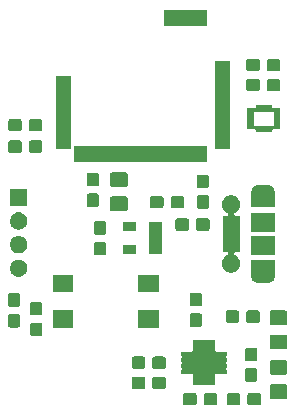
<source format=gbr>
G04 #@! TF.GenerationSoftware,KiCad,Pcbnew,(5.0.2)-1*
G04 #@! TF.CreationDate,2019-06-28T12:16:38-04:00*
G04 #@! TF.ProjectId,BlueNRG-SPBTLE-1S ACM,426c7565-4e52-4472-9d53-5042544c452d,rev?*
G04 #@! TF.SameCoordinates,Original*
G04 #@! TF.FileFunction,Soldermask,Top*
G04 #@! TF.FilePolarity,Negative*
%FSLAX46Y46*%
G04 Gerber Fmt 4.6, Leading zero omitted, Abs format (unit mm)*
G04 Created by KiCad (PCBNEW (5.0.2)-1) date 6/28/2019 12:16:38 PM*
%MOMM*%
%LPD*%
G01*
G04 APERTURE LIST*
%ADD10C,0.100000*%
G04 APERTURE END LIST*
D10*
G36*
X160086377Y-95436643D02*
X160123855Y-95448013D01*
X160158404Y-95466479D01*
X160188677Y-95491323D01*
X160213521Y-95521596D01*
X160231987Y-95556145D01*
X160243357Y-95593623D01*
X160247800Y-95638738D01*
X160247800Y-96277262D01*
X160243357Y-96322377D01*
X160231987Y-96359855D01*
X160213521Y-96394404D01*
X160188677Y-96424677D01*
X160158404Y-96449521D01*
X160123855Y-96467987D01*
X160086377Y-96479357D01*
X160041262Y-96483800D01*
X159302738Y-96483800D01*
X159257623Y-96479357D01*
X159220145Y-96467987D01*
X159185596Y-96449521D01*
X159155323Y-96424677D01*
X159130479Y-96394404D01*
X159112013Y-96359855D01*
X159100643Y-96322377D01*
X159096200Y-96277262D01*
X159096200Y-95638738D01*
X159100643Y-95593623D01*
X159112013Y-95556145D01*
X159130479Y-95521596D01*
X159155323Y-95491323D01*
X159185596Y-95466479D01*
X159220145Y-95448013D01*
X159257623Y-95436643D01*
X159302738Y-95432200D01*
X160041262Y-95432200D01*
X160086377Y-95436643D01*
X160086377Y-95436643D01*
G37*
G36*
X158336377Y-95436643D02*
X158373855Y-95448013D01*
X158408404Y-95466479D01*
X158438677Y-95491323D01*
X158463521Y-95521596D01*
X158481987Y-95556145D01*
X158493357Y-95593623D01*
X158497800Y-95638738D01*
X158497800Y-96277262D01*
X158493357Y-96322377D01*
X158481987Y-96359855D01*
X158463521Y-96394404D01*
X158438677Y-96424677D01*
X158408404Y-96449521D01*
X158373855Y-96467987D01*
X158336377Y-96479357D01*
X158291262Y-96483800D01*
X157552738Y-96483800D01*
X157507623Y-96479357D01*
X157470145Y-96467987D01*
X157435596Y-96449521D01*
X157405323Y-96424677D01*
X157380479Y-96394404D01*
X157362013Y-96359855D01*
X157350643Y-96322377D01*
X157346200Y-96277262D01*
X157346200Y-95638738D01*
X157350643Y-95593623D01*
X157362013Y-95556145D01*
X157380479Y-95521596D01*
X157405323Y-95491323D01*
X157435596Y-95466479D01*
X157470145Y-95448013D01*
X157507623Y-95436643D01*
X157552738Y-95432200D01*
X158291262Y-95432200D01*
X158336377Y-95436643D01*
X158336377Y-95436643D01*
G37*
G36*
X154636377Y-95436643D02*
X154673855Y-95448013D01*
X154708404Y-95466479D01*
X154738677Y-95491323D01*
X154763521Y-95521596D01*
X154781987Y-95556145D01*
X154793357Y-95593623D01*
X154797800Y-95638738D01*
X154797800Y-96277262D01*
X154793357Y-96322377D01*
X154781987Y-96359855D01*
X154763521Y-96394404D01*
X154738677Y-96424677D01*
X154708404Y-96449521D01*
X154673855Y-96467987D01*
X154636377Y-96479357D01*
X154591262Y-96483800D01*
X153852738Y-96483800D01*
X153807623Y-96479357D01*
X153770145Y-96467987D01*
X153735596Y-96449521D01*
X153705323Y-96424677D01*
X153680479Y-96394404D01*
X153662013Y-96359855D01*
X153650643Y-96322377D01*
X153646200Y-96277262D01*
X153646200Y-95638738D01*
X153650643Y-95593623D01*
X153662013Y-95556145D01*
X153680479Y-95521596D01*
X153705323Y-95491323D01*
X153735596Y-95466479D01*
X153770145Y-95448013D01*
X153807623Y-95436643D01*
X153852738Y-95432200D01*
X154591262Y-95432200D01*
X154636377Y-95436643D01*
X154636377Y-95436643D01*
G37*
G36*
X156386377Y-95436643D02*
X156423855Y-95448013D01*
X156458404Y-95466479D01*
X156488677Y-95491323D01*
X156513521Y-95521596D01*
X156531987Y-95556145D01*
X156543357Y-95593623D01*
X156547800Y-95638738D01*
X156547800Y-96277262D01*
X156543357Y-96322377D01*
X156531987Y-96359855D01*
X156513521Y-96394404D01*
X156488677Y-96424677D01*
X156458404Y-96449521D01*
X156423855Y-96467987D01*
X156386377Y-96479357D01*
X156341262Y-96483800D01*
X155602738Y-96483800D01*
X155557623Y-96479357D01*
X155520145Y-96467987D01*
X155485596Y-96449521D01*
X155455323Y-96424677D01*
X155430479Y-96394404D01*
X155412013Y-96359855D01*
X155400643Y-96322377D01*
X155396200Y-96277262D01*
X155396200Y-95638738D01*
X155400643Y-95593623D01*
X155412013Y-95556145D01*
X155430479Y-95521596D01*
X155455323Y-95491323D01*
X155485596Y-95466479D01*
X155520145Y-95448013D01*
X155557623Y-95436643D01*
X155602738Y-95432200D01*
X156341262Y-95432200D01*
X156386377Y-95436643D01*
X156386377Y-95436643D01*
G37*
G36*
X162310543Y-94686663D02*
X162348222Y-94698093D01*
X162382939Y-94716650D01*
X162413374Y-94741626D01*
X162438350Y-94772061D01*
X162456907Y-94806778D01*
X162468337Y-94844457D01*
X162472800Y-94889773D01*
X162472800Y-95726227D01*
X162468337Y-95771543D01*
X162456907Y-95809222D01*
X162438350Y-95843939D01*
X162413374Y-95874374D01*
X162382939Y-95899350D01*
X162348222Y-95917907D01*
X162310543Y-95929337D01*
X162265227Y-95933800D01*
X161178773Y-95933800D01*
X161133457Y-95929337D01*
X161095778Y-95917907D01*
X161061061Y-95899350D01*
X161030626Y-95874374D01*
X161005650Y-95843939D01*
X160987093Y-95809222D01*
X160975663Y-95771543D01*
X160971200Y-95726227D01*
X160971200Y-94889773D01*
X160975663Y-94844457D01*
X160987093Y-94806778D01*
X161005650Y-94772061D01*
X161030626Y-94741626D01*
X161061061Y-94716650D01*
X161095778Y-94698093D01*
X161133457Y-94686663D01*
X161178773Y-94682200D01*
X162265227Y-94682200D01*
X162310543Y-94686663D01*
X162310543Y-94686663D01*
G37*
G36*
X152036377Y-94036643D02*
X152073855Y-94048013D01*
X152108404Y-94066479D01*
X152138677Y-94091323D01*
X152163521Y-94121596D01*
X152181987Y-94156145D01*
X152193357Y-94193623D01*
X152197800Y-94238738D01*
X152197800Y-94877262D01*
X152193357Y-94922377D01*
X152181987Y-94959855D01*
X152163521Y-94994404D01*
X152138677Y-95024677D01*
X152108404Y-95049521D01*
X152073855Y-95067987D01*
X152036377Y-95079357D01*
X151991262Y-95083800D01*
X151252738Y-95083800D01*
X151207623Y-95079357D01*
X151170145Y-95067987D01*
X151135596Y-95049521D01*
X151105323Y-95024677D01*
X151080479Y-94994404D01*
X151062013Y-94959855D01*
X151050643Y-94922377D01*
X151046200Y-94877262D01*
X151046200Y-94238738D01*
X151050643Y-94193623D01*
X151062013Y-94156145D01*
X151080479Y-94121596D01*
X151105323Y-94091323D01*
X151135596Y-94066479D01*
X151170145Y-94048013D01*
X151207623Y-94036643D01*
X151252738Y-94032200D01*
X151991262Y-94032200D01*
X152036377Y-94036643D01*
X152036377Y-94036643D01*
G37*
G36*
X150286377Y-94036643D02*
X150323855Y-94048013D01*
X150358404Y-94066479D01*
X150388677Y-94091323D01*
X150413521Y-94121596D01*
X150431987Y-94156145D01*
X150443357Y-94193623D01*
X150447800Y-94238738D01*
X150447800Y-94877262D01*
X150443357Y-94922377D01*
X150431987Y-94959855D01*
X150413521Y-94994404D01*
X150388677Y-95024677D01*
X150358404Y-95049521D01*
X150323855Y-95067987D01*
X150286377Y-95079357D01*
X150241262Y-95083800D01*
X149502738Y-95083800D01*
X149457623Y-95079357D01*
X149420145Y-95067987D01*
X149385596Y-95049521D01*
X149355323Y-95024677D01*
X149330479Y-94994404D01*
X149312013Y-94959855D01*
X149300643Y-94922377D01*
X149296200Y-94877262D01*
X149296200Y-94238738D01*
X149300643Y-94193623D01*
X149312013Y-94156145D01*
X149330479Y-94121596D01*
X149355323Y-94091323D01*
X149385596Y-94066479D01*
X149420145Y-94048013D01*
X149457623Y-94036643D01*
X149502738Y-94032200D01*
X150241262Y-94032200D01*
X150286377Y-94036643D01*
X150286377Y-94036643D01*
G37*
G36*
X154827237Y-90933281D02*
X154831889Y-90934692D01*
X154836178Y-90936985D01*
X154842702Y-90942339D01*
X154863077Y-90955953D01*
X154885716Y-90965330D01*
X154909749Y-90970110D01*
X154934254Y-90970110D01*
X154958287Y-90965329D01*
X154980926Y-90955951D01*
X155001298Y-90942339D01*
X155007822Y-90936985D01*
X155012111Y-90934692D01*
X155016763Y-90933281D01*
X155027740Y-90932200D01*
X155316260Y-90932200D01*
X155327237Y-90933281D01*
X155331889Y-90934692D01*
X155336178Y-90936985D01*
X155342702Y-90942339D01*
X155363077Y-90955953D01*
X155385716Y-90965330D01*
X155409749Y-90970110D01*
X155434254Y-90970110D01*
X155458287Y-90965329D01*
X155480926Y-90955951D01*
X155501298Y-90942339D01*
X155507822Y-90936985D01*
X155512111Y-90934692D01*
X155516763Y-90933281D01*
X155527740Y-90932200D01*
X155816260Y-90932200D01*
X155827237Y-90933281D01*
X155831889Y-90934692D01*
X155836178Y-90936985D01*
X155842702Y-90942339D01*
X155863077Y-90955953D01*
X155885716Y-90965330D01*
X155909749Y-90970110D01*
X155934254Y-90970110D01*
X155958287Y-90965329D01*
X155980926Y-90955951D01*
X156001298Y-90942339D01*
X156007822Y-90936985D01*
X156012111Y-90934692D01*
X156016763Y-90933281D01*
X156027740Y-90932200D01*
X156316260Y-90932200D01*
X156327237Y-90933281D01*
X156331889Y-90934692D01*
X156336178Y-90936985D01*
X156339933Y-90940067D01*
X156343015Y-90943822D01*
X156345308Y-90948111D01*
X156346719Y-90952763D01*
X156347800Y-90963740D01*
X156347800Y-91807200D01*
X156350202Y-91831586D01*
X156357315Y-91855035D01*
X156368866Y-91876646D01*
X156384412Y-91895588D01*
X156403354Y-91911134D01*
X156424965Y-91922685D01*
X156448414Y-91929798D01*
X156472800Y-91932200D01*
X157316260Y-91932200D01*
X157327237Y-91933281D01*
X157331889Y-91934692D01*
X157336178Y-91936985D01*
X157339933Y-91940067D01*
X157343015Y-91943822D01*
X157345308Y-91948111D01*
X157346719Y-91952763D01*
X157347800Y-91963740D01*
X157347800Y-92252260D01*
X157346719Y-92263237D01*
X157345308Y-92267889D01*
X157343015Y-92272178D01*
X157337661Y-92278702D01*
X157324047Y-92299077D01*
X157314670Y-92321716D01*
X157309890Y-92345749D01*
X157309890Y-92370254D01*
X157314671Y-92394287D01*
X157324049Y-92416926D01*
X157337661Y-92437298D01*
X157343015Y-92443822D01*
X157345308Y-92448111D01*
X157346719Y-92452763D01*
X157347800Y-92463740D01*
X157347800Y-92752260D01*
X157346719Y-92763237D01*
X157345308Y-92767889D01*
X157343015Y-92772178D01*
X157337661Y-92778702D01*
X157324047Y-92799077D01*
X157314670Y-92821716D01*
X157309890Y-92845749D01*
X157309890Y-92870254D01*
X157314671Y-92894287D01*
X157324049Y-92916926D01*
X157337661Y-92937298D01*
X157343015Y-92943822D01*
X157345308Y-92948111D01*
X157346719Y-92952763D01*
X157347800Y-92963740D01*
X157347800Y-93252260D01*
X157346719Y-93263237D01*
X157345308Y-93267889D01*
X157343015Y-93272178D01*
X157337661Y-93278702D01*
X157324047Y-93299077D01*
X157314670Y-93321716D01*
X157309890Y-93345749D01*
X157309890Y-93370254D01*
X157314671Y-93394287D01*
X157324049Y-93416926D01*
X157337661Y-93437298D01*
X157343015Y-93443822D01*
X157345308Y-93448111D01*
X157346719Y-93452763D01*
X157347800Y-93463740D01*
X157347800Y-93752260D01*
X157346719Y-93763237D01*
X157345308Y-93767889D01*
X157343015Y-93772178D01*
X157339933Y-93775933D01*
X157336178Y-93779015D01*
X157331889Y-93781308D01*
X157327237Y-93782719D01*
X157316260Y-93783800D01*
X156472800Y-93783800D01*
X156448414Y-93786202D01*
X156424965Y-93793315D01*
X156403354Y-93804866D01*
X156384412Y-93820412D01*
X156368866Y-93839354D01*
X156357315Y-93860965D01*
X156350202Y-93884414D01*
X156347800Y-93908800D01*
X156347800Y-94752260D01*
X156346719Y-94763237D01*
X156345308Y-94767889D01*
X156343015Y-94772178D01*
X156339933Y-94775933D01*
X156336178Y-94779015D01*
X156331889Y-94781308D01*
X156327237Y-94782719D01*
X156316260Y-94783800D01*
X156027740Y-94783800D01*
X156016763Y-94782719D01*
X156012111Y-94781308D01*
X156007822Y-94779015D01*
X156001298Y-94773661D01*
X155980923Y-94760047D01*
X155958284Y-94750670D01*
X155934251Y-94745890D01*
X155909746Y-94745890D01*
X155885713Y-94750671D01*
X155863074Y-94760049D01*
X155842702Y-94773661D01*
X155836178Y-94779015D01*
X155831889Y-94781308D01*
X155827237Y-94782719D01*
X155816260Y-94783800D01*
X155527740Y-94783800D01*
X155516763Y-94782719D01*
X155512111Y-94781308D01*
X155507822Y-94779015D01*
X155501298Y-94773661D01*
X155480923Y-94760047D01*
X155458284Y-94750670D01*
X155434251Y-94745890D01*
X155409746Y-94745890D01*
X155385713Y-94750671D01*
X155363074Y-94760049D01*
X155342702Y-94773661D01*
X155336178Y-94779015D01*
X155331889Y-94781308D01*
X155327237Y-94782719D01*
X155316260Y-94783800D01*
X155027740Y-94783800D01*
X155016763Y-94782719D01*
X155012111Y-94781308D01*
X155007822Y-94779015D01*
X155001298Y-94773661D01*
X154980923Y-94760047D01*
X154958284Y-94750670D01*
X154934251Y-94745890D01*
X154909746Y-94745890D01*
X154885713Y-94750671D01*
X154863074Y-94760049D01*
X154842702Y-94773661D01*
X154836178Y-94779015D01*
X154831889Y-94781308D01*
X154827237Y-94782719D01*
X154816260Y-94783800D01*
X154527740Y-94783800D01*
X154516763Y-94782719D01*
X154512111Y-94781308D01*
X154507822Y-94779015D01*
X154504067Y-94775933D01*
X154500985Y-94772178D01*
X154498692Y-94767889D01*
X154497281Y-94763237D01*
X154496200Y-94752260D01*
X154496200Y-93908800D01*
X154493798Y-93884414D01*
X154486685Y-93860965D01*
X154475134Y-93839354D01*
X154459588Y-93820412D01*
X154440646Y-93804866D01*
X154419035Y-93793315D01*
X154395586Y-93786202D01*
X154371200Y-93783800D01*
X153527740Y-93783800D01*
X153516763Y-93782719D01*
X153512111Y-93781308D01*
X153507822Y-93779015D01*
X153504067Y-93775933D01*
X153500985Y-93772178D01*
X153498692Y-93767889D01*
X153497281Y-93763237D01*
X153496200Y-93752260D01*
X153496200Y-93463740D01*
X153497281Y-93452763D01*
X153498692Y-93448111D01*
X153500985Y-93443822D01*
X153506339Y-93437298D01*
X153519953Y-93416923D01*
X153529330Y-93394284D01*
X153534110Y-93370251D01*
X153534110Y-93345746D01*
X153529329Y-93321713D01*
X153519951Y-93299074D01*
X153506339Y-93278702D01*
X153500985Y-93272178D01*
X153498692Y-93267889D01*
X153497281Y-93263237D01*
X153496200Y-93252260D01*
X153496200Y-92963740D01*
X153497281Y-92952763D01*
X153498692Y-92948111D01*
X153500985Y-92943822D01*
X153506339Y-92937298D01*
X153519953Y-92916923D01*
X153529330Y-92894284D01*
X153534110Y-92870251D01*
X153534110Y-92845746D01*
X153529329Y-92821713D01*
X153519951Y-92799074D01*
X153506339Y-92778702D01*
X153500985Y-92772178D01*
X153498692Y-92767889D01*
X153497281Y-92763237D01*
X153496200Y-92752260D01*
X153496200Y-92463740D01*
X153497281Y-92452763D01*
X153498692Y-92448111D01*
X153500985Y-92443822D01*
X153506339Y-92437298D01*
X153519953Y-92416923D01*
X153529330Y-92394284D01*
X153534110Y-92370251D01*
X153534110Y-92345746D01*
X153529329Y-92321713D01*
X153519951Y-92299074D01*
X153506339Y-92278702D01*
X153500985Y-92272178D01*
X153498692Y-92267889D01*
X153497281Y-92263237D01*
X153496200Y-92252260D01*
X153496200Y-91963740D01*
X153497281Y-91952763D01*
X153498692Y-91948111D01*
X153500985Y-91943822D01*
X153504067Y-91940067D01*
X153507822Y-91936985D01*
X153512111Y-91934692D01*
X153516763Y-91933281D01*
X153527740Y-91932200D01*
X154371200Y-91932200D01*
X154395586Y-91929798D01*
X154419035Y-91922685D01*
X154440646Y-91911134D01*
X154459588Y-91895588D01*
X154475134Y-91876646D01*
X154486685Y-91855035D01*
X154493798Y-91831586D01*
X154496200Y-91807200D01*
X154496200Y-90963740D01*
X154497281Y-90952763D01*
X154498692Y-90948111D01*
X154500985Y-90943822D01*
X154504067Y-90940067D01*
X154507822Y-90936985D01*
X154512111Y-90934692D01*
X154516763Y-90933281D01*
X154527740Y-90932200D01*
X154816260Y-90932200D01*
X154827237Y-90933281D01*
X154827237Y-90933281D01*
G37*
G36*
X159786377Y-93336643D02*
X159823855Y-93348013D01*
X159858404Y-93366479D01*
X159888677Y-93391323D01*
X159913521Y-93421596D01*
X159931987Y-93456145D01*
X159943357Y-93493623D01*
X159947800Y-93538738D01*
X159947800Y-94277262D01*
X159943357Y-94322377D01*
X159931987Y-94359855D01*
X159913521Y-94394404D01*
X159888677Y-94424677D01*
X159858404Y-94449521D01*
X159823855Y-94467987D01*
X159786377Y-94479357D01*
X159741262Y-94483800D01*
X159102738Y-94483800D01*
X159057623Y-94479357D01*
X159020145Y-94467987D01*
X158985596Y-94449521D01*
X158955323Y-94424677D01*
X158930479Y-94394404D01*
X158912013Y-94359855D01*
X158900643Y-94322377D01*
X158896200Y-94277262D01*
X158896200Y-93538738D01*
X158900643Y-93493623D01*
X158912013Y-93456145D01*
X158930479Y-93421596D01*
X158955323Y-93391323D01*
X158985596Y-93366479D01*
X159020145Y-93348013D01*
X159057623Y-93336643D01*
X159102738Y-93332200D01*
X159741262Y-93332200D01*
X159786377Y-93336643D01*
X159786377Y-93336643D01*
G37*
G36*
X162310543Y-92636663D02*
X162348222Y-92648093D01*
X162382939Y-92666650D01*
X162413374Y-92691626D01*
X162438350Y-92722061D01*
X162456907Y-92756778D01*
X162468337Y-92794457D01*
X162472800Y-92839773D01*
X162472800Y-93676227D01*
X162468337Y-93721543D01*
X162456907Y-93759222D01*
X162438350Y-93793939D01*
X162413374Y-93824374D01*
X162382939Y-93849350D01*
X162348222Y-93867907D01*
X162310543Y-93879337D01*
X162265227Y-93883800D01*
X161178773Y-93883800D01*
X161133457Y-93879337D01*
X161095778Y-93867907D01*
X161061061Y-93849350D01*
X161030626Y-93824374D01*
X161005650Y-93793939D01*
X160987093Y-93759222D01*
X160975663Y-93721543D01*
X160971200Y-93676227D01*
X160971200Y-92839773D01*
X160975663Y-92794457D01*
X160987093Y-92756778D01*
X161005650Y-92722061D01*
X161030626Y-92691626D01*
X161061061Y-92666650D01*
X161095778Y-92648093D01*
X161133457Y-92636663D01*
X161178773Y-92632200D01*
X162265227Y-92632200D01*
X162310543Y-92636663D01*
X162310543Y-92636663D01*
G37*
G36*
X152036377Y-92336643D02*
X152073855Y-92348013D01*
X152108404Y-92366479D01*
X152138677Y-92391323D01*
X152163521Y-92421596D01*
X152181987Y-92456145D01*
X152193357Y-92493623D01*
X152197800Y-92538738D01*
X152197800Y-93177262D01*
X152193357Y-93222377D01*
X152181987Y-93259855D01*
X152163521Y-93294404D01*
X152138677Y-93324677D01*
X152108404Y-93349521D01*
X152073855Y-93367987D01*
X152036377Y-93379357D01*
X151991262Y-93383800D01*
X151252738Y-93383800D01*
X151207623Y-93379357D01*
X151170145Y-93367987D01*
X151135596Y-93349521D01*
X151105323Y-93324677D01*
X151080479Y-93294404D01*
X151062013Y-93259855D01*
X151050643Y-93222377D01*
X151046200Y-93177262D01*
X151046200Y-92538738D01*
X151050643Y-92493623D01*
X151062013Y-92456145D01*
X151080479Y-92421596D01*
X151105323Y-92391323D01*
X151135596Y-92366479D01*
X151170145Y-92348013D01*
X151207623Y-92336643D01*
X151252738Y-92332200D01*
X151991262Y-92332200D01*
X152036377Y-92336643D01*
X152036377Y-92336643D01*
G37*
G36*
X150286377Y-92336643D02*
X150323855Y-92348013D01*
X150358404Y-92366479D01*
X150388677Y-92391323D01*
X150413521Y-92421596D01*
X150431987Y-92456145D01*
X150443357Y-92493623D01*
X150447800Y-92538738D01*
X150447800Y-93177262D01*
X150443357Y-93222377D01*
X150431987Y-93259855D01*
X150413521Y-93294404D01*
X150388677Y-93324677D01*
X150358404Y-93349521D01*
X150323855Y-93367987D01*
X150286377Y-93379357D01*
X150241262Y-93383800D01*
X149502738Y-93383800D01*
X149457623Y-93379357D01*
X149420145Y-93367987D01*
X149385596Y-93349521D01*
X149355323Y-93324677D01*
X149330479Y-93294404D01*
X149312013Y-93259855D01*
X149300643Y-93222377D01*
X149296200Y-93177262D01*
X149296200Y-92538738D01*
X149300643Y-92493623D01*
X149312013Y-92456145D01*
X149330479Y-92421596D01*
X149355323Y-92391323D01*
X149385596Y-92366479D01*
X149420145Y-92348013D01*
X149457623Y-92336643D01*
X149502738Y-92332200D01*
X150241262Y-92332200D01*
X150286377Y-92336643D01*
X150286377Y-92336643D01*
G37*
G36*
X159786377Y-91586643D02*
X159823855Y-91598013D01*
X159858404Y-91616479D01*
X159888677Y-91641323D01*
X159913521Y-91671596D01*
X159931987Y-91706145D01*
X159943357Y-91743623D01*
X159947800Y-91788738D01*
X159947800Y-92527262D01*
X159943357Y-92572377D01*
X159931987Y-92609855D01*
X159913521Y-92644404D01*
X159888677Y-92674677D01*
X159858404Y-92699521D01*
X159823855Y-92717987D01*
X159786377Y-92729357D01*
X159741262Y-92733800D01*
X159102738Y-92733800D01*
X159057623Y-92729357D01*
X159020145Y-92717987D01*
X158985596Y-92699521D01*
X158955323Y-92674677D01*
X158930479Y-92644404D01*
X158912013Y-92609855D01*
X158900643Y-92572377D01*
X158896200Y-92527262D01*
X158896200Y-91788738D01*
X158900643Y-91743623D01*
X158912013Y-91706145D01*
X158930479Y-91671596D01*
X158955323Y-91641323D01*
X158985596Y-91616479D01*
X159020145Y-91598013D01*
X159057623Y-91586643D01*
X159102738Y-91582200D01*
X159741262Y-91582200D01*
X159786377Y-91586643D01*
X159786377Y-91586643D01*
G37*
G36*
X162310543Y-90486663D02*
X162348222Y-90498093D01*
X162382939Y-90516650D01*
X162413374Y-90541626D01*
X162438350Y-90572061D01*
X162456907Y-90606778D01*
X162468337Y-90644457D01*
X162472800Y-90689773D01*
X162472800Y-91526227D01*
X162468337Y-91571543D01*
X162456907Y-91609222D01*
X162438350Y-91643939D01*
X162413374Y-91674374D01*
X162382939Y-91699350D01*
X162348222Y-91717907D01*
X162310543Y-91729337D01*
X162265227Y-91733800D01*
X161178773Y-91733800D01*
X161133457Y-91729337D01*
X161095778Y-91717907D01*
X161061061Y-91699350D01*
X161030626Y-91674374D01*
X161005650Y-91643939D01*
X160987093Y-91609222D01*
X160975663Y-91571543D01*
X160971200Y-91526227D01*
X160971200Y-90689773D01*
X160975663Y-90644457D01*
X160987093Y-90606778D01*
X161005650Y-90572061D01*
X161030626Y-90541626D01*
X161061061Y-90516650D01*
X161095778Y-90498093D01*
X161133457Y-90486663D01*
X161178773Y-90482200D01*
X162265227Y-90482200D01*
X162310543Y-90486663D01*
X162310543Y-90486663D01*
G37*
G36*
X141586377Y-89461643D02*
X141623855Y-89473013D01*
X141658404Y-89491479D01*
X141688677Y-89516323D01*
X141713521Y-89546596D01*
X141731987Y-89581145D01*
X141743357Y-89618623D01*
X141747800Y-89663738D01*
X141747800Y-90402262D01*
X141743357Y-90447377D01*
X141731987Y-90484855D01*
X141713521Y-90519404D01*
X141688677Y-90549677D01*
X141658404Y-90574521D01*
X141623855Y-90592987D01*
X141586377Y-90604357D01*
X141541262Y-90608800D01*
X140902738Y-90608800D01*
X140857623Y-90604357D01*
X140820145Y-90592987D01*
X140785596Y-90574521D01*
X140755323Y-90549677D01*
X140730479Y-90519404D01*
X140712013Y-90484855D01*
X140700643Y-90447377D01*
X140696200Y-90402262D01*
X140696200Y-89663738D01*
X140700643Y-89618623D01*
X140712013Y-89581145D01*
X140730479Y-89546596D01*
X140755323Y-89516323D01*
X140785596Y-89491479D01*
X140820145Y-89473013D01*
X140857623Y-89461643D01*
X140902738Y-89457200D01*
X141541262Y-89457200D01*
X141586377Y-89461643D01*
X141586377Y-89461643D01*
G37*
G36*
X144372800Y-89908800D02*
X142671200Y-89908800D01*
X142671200Y-88407200D01*
X144372800Y-88407200D01*
X144372800Y-89908800D01*
X144372800Y-89908800D01*
G37*
G36*
X151572800Y-89908800D02*
X149871200Y-89908800D01*
X149871200Y-88407200D01*
X151572800Y-88407200D01*
X151572800Y-89908800D01*
X151572800Y-89908800D01*
G37*
G36*
X139686377Y-88736643D02*
X139723855Y-88748013D01*
X139758404Y-88766479D01*
X139788677Y-88791323D01*
X139813521Y-88821596D01*
X139831987Y-88856145D01*
X139843357Y-88893623D01*
X139847800Y-88938738D01*
X139847800Y-89677262D01*
X139843357Y-89722377D01*
X139831987Y-89759855D01*
X139813521Y-89794404D01*
X139788677Y-89824677D01*
X139758404Y-89849521D01*
X139723855Y-89867987D01*
X139686377Y-89879357D01*
X139641262Y-89883800D01*
X139002738Y-89883800D01*
X138957623Y-89879357D01*
X138920145Y-89867987D01*
X138885596Y-89849521D01*
X138855323Y-89824677D01*
X138830479Y-89794404D01*
X138812013Y-89759855D01*
X138800643Y-89722377D01*
X138796200Y-89677262D01*
X138796200Y-88938738D01*
X138800643Y-88893623D01*
X138812013Y-88856145D01*
X138830479Y-88821596D01*
X138855323Y-88791323D01*
X138885596Y-88766479D01*
X138920145Y-88748013D01*
X138957623Y-88736643D01*
X139002738Y-88732200D01*
X139641262Y-88732200D01*
X139686377Y-88736643D01*
X139686377Y-88736643D01*
G37*
G36*
X155086377Y-88686643D02*
X155123855Y-88698013D01*
X155158404Y-88716479D01*
X155188677Y-88741323D01*
X155213521Y-88771596D01*
X155231987Y-88806145D01*
X155243357Y-88843623D01*
X155247800Y-88888738D01*
X155247800Y-89627262D01*
X155243357Y-89672377D01*
X155231987Y-89709855D01*
X155213521Y-89744404D01*
X155188677Y-89774677D01*
X155158404Y-89799521D01*
X155123855Y-89817987D01*
X155086377Y-89829357D01*
X155041262Y-89833800D01*
X154402738Y-89833800D01*
X154357623Y-89829357D01*
X154320145Y-89817987D01*
X154285596Y-89799521D01*
X154255323Y-89774677D01*
X154230479Y-89744404D01*
X154212013Y-89709855D01*
X154200643Y-89672377D01*
X154196200Y-89627262D01*
X154196200Y-88888738D01*
X154200643Y-88843623D01*
X154212013Y-88806145D01*
X154230479Y-88771596D01*
X154255323Y-88741323D01*
X154285596Y-88716479D01*
X154320145Y-88698013D01*
X154357623Y-88686643D01*
X154402738Y-88682200D01*
X155041262Y-88682200D01*
X155086377Y-88686643D01*
X155086377Y-88686643D01*
G37*
G36*
X162310543Y-88436663D02*
X162348222Y-88448093D01*
X162382939Y-88466650D01*
X162413374Y-88491626D01*
X162438350Y-88522061D01*
X162456907Y-88556778D01*
X162468337Y-88594457D01*
X162472800Y-88639773D01*
X162472800Y-89476227D01*
X162468337Y-89521543D01*
X162456907Y-89559222D01*
X162438350Y-89593939D01*
X162413374Y-89624374D01*
X162382939Y-89649350D01*
X162348222Y-89667907D01*
X162310543Y-89679337D01*
X162265227Y-89683800D01*
X161178773Y-89683800D01*
X161133457Y-89679337D01*
X161095778Y-89667907D01*
X161061061Y-89649350D01*
X161030626Y-89624374D01*
X161005650Y-89593939D01*
X160987093Y-89559222D01*
X160975663Y-89521543D01*
X160971200Y-89476227D01*
X160971200Y-88639773D01*
X160975663Y-88594457D01*
X160987093Y-88556778D01*
X161005650Y-88522061D01*
X161030626Y-88491626D01*
X161061061Y-88466650D01*
X161095778Y-88448093D01*
X161133457Y-88436663D01*
X161178773Y-88432200D01*
X162265227Y-88432200D01*
X162310543Y-88436663D01*
X162310543Y-88436663D01*
G37*
G36*
X159986377Y-88436643D02*
X160023855Y-88448013D01*
X160058404Y-88466479D01*
X160088677Y-88491323D01*
X160113521Y-88521596D01*
X160131987Y-88556145D01*
X160143357Y-88593623D01*
X160147800Y-88638738D01*
X160147800Y-89277262D01*
X160143357Y-89322377D01*
X160131987Y-89359855D01*
X160113521Y-89394404D01*
X160088677Y-89424677D01*
X160058404Y-89449521D01*
X160023855Y-89467987D01*
X159986377Y-89479357D01*
X159941262Y-89483800D01*
X159202738Y-89483800D01*
X159157623Y-89479357D01*
X159120145Y-89467987D01*
X159085596Y-89449521D01*
X159055323Y-89424677D01*
X159030479Y-89394404D01*
X159012013Y-89359855D01*
X159000643Y-89322377D01*
X158996200Y-89277262D01*
X158996200Y-88638738D01*
X159000643Y-88593623D01*
X159012013Y-88556145D01*
X159030479Y-88521596D01*
X159055323Y-88491323D01*
X159085596Y-88466479D01*
X159120145Y-88448013D01*
X159157623Y-88436643D01*
X159202738Y-88432200D01*
X159941262Y-88432200D01*
X159986377Y-88436643D01*
X159986377Y-88436643D01*
G37*
G36*
X158236377Y-88436643D02*
X158273855Y-88448013D01*
X158308404Y-88466479D01*
X158338677Y-88491323D01*
X158363521Y-88521596D01*
X158381987Y-88556145D01*
X158393357Y-88593623D01*
X158397800Y-88638738D01*
X158397800Y-89277262D01*
X158393357Y-89322377D01*
X158381987Y-89359855D01*
X158363521Y-89394404D01*
X158338677Y-89424677D01*
X158308404Y-89449521D01*
X158273855Y-89467987D01*
X158236377Y-89479357D01*
X158191262Y-89483800D01*
X157452738Y-89483800D01*
X157407623Y-89479357D01*
X157370145Y-89467987D01*
X157335596Y-89449521D01*
X157305323Y-89424677D01*
X157280479Y-89394404D01*
X157262013Y-89359855D01*
X157250643Y-89322377D01*
X157246200Y-89277262D01*
X157246200Y-88638738D01*
X157250643Y-88593623D01*
X157262013Y-88556145D01*
X157280479Y-88521596D01*
X157305323Y-88491323D01*
X157335596Y-88466479D01*
X157370145Y-88448013D01*
X157407623Y-88436643D01*
X157452738Y-88432200D01*
X158191262Y-88432200D01*
X158236377Y-88436643D01*
X158236377Y-88436643D01*
G37*
G36*
X141586377Y-87711643D02*
X141623855Y-87723013D01*
X141658404Y-87741479D01*
X141688677Y-87766323D01*
X141713521Y-87796596D01*
X141731987Y-87831145D01*
X141743357Y-87868623D01*
X141747800Y-87913738D01*
X141747800Y-88652262D01*
X141743357Y-88697377D01*
X141731987Y-88734855D01*
X141713521Y-88769404D01*
X141688677Y-88799677D01*
X141658404Y-88824521D01*
X141623855Y-88842987D01*
X141586377Y-88854357D01*
X141541262Y-88858800D01*
X140902738Y-88858800D01*
X140857623Y-88854357D01*
X140820145Y-88842987D01*
X140785596Y-88824521D01*
X140755323Y-88799677D01*
X140730479Y-88769404D01*
X140712013Y-88734855D01*
X140700643Y-88697377D01*
X140696200Y-88652262D01*
X140696200Y-87913738D01*
X140700643Y-87868623D01*
X140712013Y-87831145D01*
X140730479Y-87796596D01*
X140755323Y-87766323D01*
X140785596Y-87741479D01*
X140820145Y-87723013D01*
X140857623Y-87711643D01*
X140902738Y-87707200D01*
X141541262Y-87707200D01*
X141586377Y-87711643D01*
X141586377Y-87711643D01*
G37*
G36*
X139686377Y-86986643D02*
X139723855Y-86998013D01*
X139758404Y-87016479D01*
X139788677Y-87041323D01*
X139813521Y-87071596D01*
X139831987Y-87106145D01*
X139843357Y-87143623D01*
X139847800Y-87188738D01*
X139847800Y-87927262D01*
X139843357Y-87972377D01*
X139831987Y-88009855D01*
X139813521Y-88044404D01*
X139788677Y-88074677D01*
X139758404Y-88099521D01*
X139723855Y-88117987D01*
X139686377Y-88129357D01*
X139641262Y-88133800D01*
X139002738Y-88133800D01*
X138957623Y-88129357D01*
X138920145Y-88117987D01*
X138885596Y-88099521D01*
X138855323Y-88074677D01*
X138830479Y-88044404D01*
X138812013Y-88009855D01*
X138800643Y-87972377D01*
X138796200Y-87927262D01*
X138796200Y-87188738D01*
X138800643Y-87143623D01*
X138812013Y-87106145D01*
X138830479Y-87071596D01*
X138855323Y-87041323D01*
X138885596Y-87016479D01*
X138920145Y-86998013D01*
X138957623Y-86986643D01*
X139002738Y-86982200D01*
X139641262Y-86982200D01*
X139686377Y-86986643D01*
X139686377Y-86986643D01*
G37*
G36*
X155086377Y-86936643D02*
X155123855Y-86948013D01*
X155158404Y-86966479D01*
X155188677Y-86991323D01*
X155213521Y-87021596D01*
X155231987Y-87056145D01*
X155243357Y-87093623D01*
X155247800Y-87138738D01*
X155247800Y-87877262D01*
X155243357Y-87922377D01*
X155231987Y-87959855D01*
X155213521Y-87994404D01*
X155188677Y-88024677D01*
X155158404Y-88049521D01*
X155123855Y-88067987D01*
X155086377Y-88079357D01*
X155041262Y-88083800D01*
X154402738Y-88083800D01*
X154357623Y-88079357D01*
X154320145Y-88067987D01*
X154285596Y-88049521D01*
X154255323Y-88024677D01*
X154230479Y-87994404D01*
X154212013Y-87959855D01*
X154200643Y-87922377D01*
X154196200Y-87877262D01*
X154196200Y-87138738D01*
X154200643Y-87093623D01*
X154212013Y-87056145D01*
X154230479Y-87021596D01*
X154255323Y-86991323D01*
X154285596Y-86966479D01*
X154320145Y-86948013D01*
X154357623Y-86936643D01*
X154402738Y-86932200D01*
X155041262Y-86932200D01*
X155086377Y-86936643D01*
X155086377Y-86936643D01*
G37*
G36*
X144372800Y-86908800D02*
X142671200Y-86908800D01*
X142671200Y-85407200D01*
X144372800Y-85407200D01*
X144372800Y-86908800D01*
X144372800Y-86908800D01*
G37*
G36*
X151572800Y-86908800D02*
X149871200Y-86908800D01*
X149871200Y-85407200D01*
X151572800Y-85407200D01*
X151572800Y-86908800D01*
X151572800Y-86908800D01*
G37*
G36*
X161422800Y-85419895D02*
X161423402Y-85432147D01*
X161425948Y-85458000D01*
X161423402Y-85483853D01*
X161422800Y-85496105D01*
X161422800Y-85569949D01*
X161409763Y-85597514D01*
X161376170Y-85708255D01*
X161315739Y-85821314D01*
X161234411Y-85920411D01*
X161135314Y-86001739D01*
X161022258Y-86062168D01*
X161022255Y-86062169D01*
X160899579Y-86099383D01*
X160851771Y-86104091D01*
X160803965Y-86108800D01*
X160040035Y-86108800D01*
X159992229Y-86104091D01*
X159944421Y-86099383D01*
X159821745Y-86062169D01*
X159821742Y-86062168D01*
X159708686Y-86001739D01*
X159609589Y-85920411D01*
X159528261Y-85821314D01*
X159467830Y-85708255D01*
X159434237Y-85597514D01*
X159424860Y-85574875D01*
X159421200Y-85569398D01*
X159421200Y-85496105D01*
X159420598Y-85483853D01*
X159418052Y-85458000D01*
X159420598Y-85432147D01*
X159421200Y-85419895D01*
X159421200Y-84207200D01*
X161422800Y-84207200D01*
X161422800Y-85419895D01*
X161422800Y-85419895D01*
G37*
G36*
X139864283Y-84142702D02*
X140001095Y-84184204D01*
X140127184Y-84251599D01*
X140237701Y-84342299D01*
X140328401Y-84452816D01*
X140395796Y-84578905D01*
X140437298Y-84715717D01*
X140451311Y-84858000D01*
X140437298Y-85000283D01*
X140395796Y-85137095D01*
X140328401Y-85263184D01*
X140237701Y-85373701D01*
X140127184Y-85464401D01*
X140001095Y-85531796D01*
X139864283Y-85573298D01*
X139757650Y-85583800D01*
X139686350Y-85583800D01*
X139579717Y-85573298D01*
X139442905Y-85531796D01*
X139316816Y-85464401D01*
X139206299Y-85373701D01*
X139115599Y-85263184D01*
X139048204Y-85137095D01*
X139006702Y-85000283D01*
X138992689Y-84858000D01*
X139006702Y-84715717D01*
X139048204Y-84578905D01*
X139115599Y-84452816D01*
X139206299Y-84342299D01*
X139316816Y-84251599D01*
X139442905Y-84184204D01*
X139579717Y-84142702D01*
X139686350Y-84132200D01*
X139757650Y-84132200D01*
X139864283Y-84142702D01*
X139864283Y-84142702D01*
G37*
G36*
X157948293Y-78712013D02*
X158089478Y-78770494D01*
X158216547Y-78855399D01*
X158324601Y-78963453D01*
X158409506Y-79090522D01*
X158467987Y-79231707D01*
X158497800Y-79381589D01*
X158497800Y-79534411D01*
X158467987Y-79684293D01*
X158409506Y-79825478D01*
X158324601Y-79952547D01*
X158216547Y-80060601D01*
X158089478Y-80145506D01*
X158038275Y-80166715D01*
X158016664Y-80178266D01*
X157997722Y-80193812D01*
X157982176Y-80212754D01*
X157970625Y-80234364D01*
X157963512Y-80257814D01*
X157961110Y-80282200D01*
X157963512Y-80306586D01*
X157970625Y-80330035D01*
X157982176Y-80351646D01*
X157997722Y-80370588D01*
X158016664Y-80386134D01*
X158038274Y-80397685D01*
X158061724Y-80404798D01*
X158086110Y-80407200D01*
X158447800Y-80407200D01*
X158447800Y-83508800D01*
X158086110Y-83508800D01*
X158061724Y-83511202D01*
X158038275Y-83518315D01*
X158016664Y-83529866D01*
X157997722Y-83545412D01*
X157982176Y-83564354D01*
X157970625Y-83585965D01*
X157963512Y-83609414D01*
X157961110Y-83633800D01*
X157963512Y-83658186D01*
X157970625Y-83681635D01*
X157982176Y-83703246D01*
X157997722Y-83722188D01*
X158016664Y-83737734D01*
X158038275Y-83749285D01*
X158089478Y-83770494D01*
X158216547Y-83855399D01*
X158324601Y-83963453D01*
X158409506Y-84090522D01*
X158467987Y-84231707D01*
X158497800Y-84381589D01*
X158497800Y-84534411D01*
X158467987Y-84684293D01*
X158409506Y-84825478D01*
X158324601Y-84952547D01*
X158216547Y-85060601D01*
X158089478Y-85145506D01*
X157948293Y-85203987D01*
X157798411Y-85233800D01*
X157645589Y-85233800D01*
X157495707Y-85203987D01*
X157354522Y-85145506D01*
X157227453Y-85060601D01*
X157119399Y-84952547D01*
X157034494Y-84825478D01*
X156976013Y-84684293D01*
X156946200Y-84534411D01*
X156946200Y-84381589D01*
X156976013Y-84231707D01*
X157034494Y-84090522D01*
X157119399Y-83963453D01*
X157227453Y-83855399D01*
X157354522Y-83770494D01*
X157405725Y-83749285D01*
X157427336Y-83737734D01*
X157446278Y-83722188D01*
X157461824Y-83703246D01*
X157473375Y-83681636D01*
X157480488Y-83658186D01*
X157482890Y-83633800D01*
X157480488Y-83609414D01*
X157473375Y-83585965D01*
X157461824Y-83564354D01*
X157446278Y-83545412D01*
X157427336Y-83529866D01*
X157405726Y-83518315D01*
X157382276Y-83511202D01*
X157357890Y-83508800D01*
X156996200Y-83508800D01*
X156996200Y-80407200D01*
X157357890Y-80407200D01*
X157382276Y-80404798D01*
X157405725Y-80397685D01*
X157427336Y-80386134D01*
X157446278Y-80370588D01*
X157461824Y-80351646D01*
X157473375Y-80330035D01*
X157480488Y-80306586D01*
X157482890Y-80282200D01*
X157480488Y-80257814D01*
X157473375Y-80234365D01*
X157461824Y-80212754D01*
X157446278Y-80193812D01*
X157427336Y-80178266D01*
X157405725Y-80166715D01*
X157354522Y-80145506D01*
X157227453Y-80060601D01*
X157119399Y-79952547D01*
X157034494Y-79825478D01*
X156976013Y-79684293D01*
X156946200Y-79534411D01*
X156946200Y-79381589D01*
X156976013Y-79231707D01*
X157034494Y-79090522D01*
X157119399Y-78963453D01*
X157227453Y-78855399D01*
X157354522Y-78770494D01*
X157495707Y-78712013D01*
X157645589Y-78682200D01*
X157798411Y-78682200D01*
X157948293Y-78712013D01*
X157948293Y-78712013D01*
G37*
G36*
X146986377Y-82636643D02*
X147023855Y-82648013D01*
X147058404Y-82666479D01*
X147088677Y-82691323D01*
X147113521Y-82721596D01*
X147131987Y-82756145D01*
X147143357Y-82793623D01*
X147147800Y-82838738D01*
X147147800Y-83577262D01*
X147143357Y-83622377D01*
X147131987Y-83659855D01*
X147113521Y-83694404D01*
X147088677Y-83724677D01*
X147058404Y-83749521D01*
X147023855Y-83767987D01*
X146986377Y-83779357D01*
X146941262Y-83783800D01*
X146302738Y-83783800D01*
X146257623Y-83779357D01*
X146220145Y-83767987D01*
X146185596Y-83749521D01*
X146155323Y-83724677D01*
X146130479Y-83694404D01*
X146112013Y-83659855D01*
X146100643Y-83622377D01*
X146096200Y-83577262D01*
X146096200Y-82838738D01*
X146100643Y-82793623D01*
X146112013Y-82756145D01*
X146130479Y-82721596D01*
X146155323Y-82691323D01*
X146185596Y-82666479D01*
X146220145Y-82648013D01*
X146257623Y-82636643D01*
X146302738Y-82632200D01*
X146941262Y-82632200D01*
X146986377Y-82636643D01*
X146986377Y-82636643D01*
G37*
G36*
X161422800Y-83758800D02*
X159421200Y-83758800D01*
X159421200Y-82157200D01*
X161422800Y-82157200D01*
X161422800Y-83758800D01*
X161422800Y-83758800D01*
G37*
G36*
X151902800Y-83633800D02*
X150741200Y-83633800D01*
X150741200Y-80982200D01*
X151902800Y-80982200D01*
X151902800Y-83633800D01*
X151902800Y-83633800D01*
G37*
G36*
X149702800Y-83633800D02*
X148541200Y-83633800D01*
X148541200Y-82882200D01*
X149702800Y-82882200D01*
X149702800Y-83633800D01*
X149702800Y-83633800D01*
G37*
G36*
X139864283Y-82142702D02*
X140001095Y-82184204D01*
X140127184Y-82251599D01*
X140237701Y-82342299D01*
X140328401Y-82452816D01*
X140395796Y-82578905D01*
X140437298Y-82715717D01*
X140451311Y-82858000D01*
X140437298Y-83000283D01*
X140395796Y-83137095D01*
X140328401Y-83263184D01*
X140237701Y-83373701D01*
X140127184Y-83464401D01*
X140001095Y-83531796D01*
X139864283Y-83573298D01*
X139757650Y-83583800D01*
X139686350Y-83583800D01*
X139579717Y-83573298D01*
X139442905Y-83531796D01*
X139316816Y-83464401D01*
X139206299Y-83373701D01*
X139115599Y-83263184D01*
X139048204Y-83137095D01*
X139006702Y-83000283D01*
X138992689Y-82858000D01*
X139006702Y-82715717D01*
X139048204Y-82578905D01*
X139115599Y-82452816D01*
X139206299Y-82342299D01*
X139316816Y-82251599D01*
X139442905Y-82184204D01*
X139579717Y-82142702D01*
X139686350Y-82132200D01*
X139757650Y-82132200D01*
X139864283Y-82142702D01*
X139864283Y-82142702D01*
G37*
G36*
X146986377Y-80886643D02*
X147023855Y-80898013D01*
X147058404Y-80916479D01*
X147088677Y-80941323D01*
X147113521Y-80971596D01*
X147131987Y-81006145D01*
X147143357Y-81043623D01*
X147147800Y-81088738D01*
X147147800Y-81827262D01*
X147143357Y-81872377D01*
X147131987Y-81909855D01*
X147113521Y-81944404D01*
X147088677Y-81974677D01*
X147058404Y-81999521D01*
X147023855Y-82017987D01*
X146986377Y-82029357D01*
X146941262Y-82033800D01*
X146302738Y-82033800D01*
X146257623Y-82029357D01*
X146220145Y-82017987D01*
X146185596Y-81999521D01*
X146155323Y-81974677D01*
X146130479Y-81944404D01*
X146112013Y-81909855D01*
X146100643Y-81872377D01*
X146096200Y-81827262D01*
X146096200Y-81088738D01*
X146100643Y-81043623D01*
X146112013Y-81006145D01*
X146130479Y-80971596D01*
X146155323Y-80941323D01*
X146185596Y-80916479D01*
X146220145Y-80898013D01*
X146257623Y-80886643D01*
X146302738Y-80882200D01*
X146941262Y-80882200D01*
X146986377Y-80886643D01*
X146986377Y-80886643D01*
G37*
G36*
X161422800Y-81758800D02*
X159421200Y-81758800D01*
X159421200Y-80157200D01*
X161422800Y-80157200D01*
X161422800Y-81758800D01*
X161422800Y-81758800D01*
G37*
G36*
X149702800Y-81733800D02*
X148541200Y-81733800D01*
X148541200Y-80982200D01*
X149702800Y-80982200D01*
X149702800Y-81733800D01*
X149702800Y-81733800D01*
G37*
G36*
X155736377Y-80636643D02*
X155773855Y-80648013D01*
X155808404Y-80666479D01*
X155838677Y-80691323D01*
X155863521Y-80721596D01*
X155881987Y-80756145D01*
X155893357Y-80793623D01*
X155897800Y-80838738D01*
X155897800Y-81477262D01*
X155893357Y-81522377D01*
X155881987Y-81559855D01*
X155863521Y-81594404D01*
X155838677Y-81624677D01*
X155808404Y-81649521D01*
X155773855Y-81667987D01*
X155736377Y-81679357D01*
X155691262Y-81683800D01*
X154952738Y-81683800D01*
X154907623Y-81679357D01*
X154870145Y-81667987D01*
X154835596Y-81649521D01*
X154805323Y-81624677D01*
X154780479Y-81594404D01*
X154762013Y-81559855D01*
X154750643Y-81522377D01*
X154746200Y-81477262D01*
X154746200Y-80838738D01*
X154750643Y-80793623D01*
X154762013Y-80756145D01*
X154780479Y-80721596D01*
X154805323Y-80691323D01*
X154835596Y-80666479D01*
X154870145Y-80648013D01*
X154907623Y-80636643D01*
X154952738Y-80632200D01*
X155691262Y-80632200D01*
X155736377Y-80636643D01*
X155736377Y-80636643D01*
G37*
G36*
X153986377Y-80636643D02*
X154023855Y-80648013D01*
X154058404Y-80666479D01*
X154088677Y-80691323D01*
X154113521Y-80721596D01*
X154131987Y-80756145D01*
X154143357Y-80793623D01*
X154147800Y-80838738D01*
X154147800Y-81477262D01*
X154143357Y-81522377D01*
X154131987Y-81559855D01*
X154113521Y-81594404D01*
X154088677Y-81624677D01*
X154058404Y-81649521D01*
X154023855Y-81667987D01*
X153986377Y-81679357D01*
X153941262Y-81683800D01*
X153202738Y-81683800D01*
X153157623Y-81679357D01*
X153120145Y-81667987D01*
X153085596Y-81649521D01*
X153055323Y-81624677D01*
X153030479Y-81594404D01*
X153012013Y-81559855D01*
X153000643Y-81522377D01*
X152996200Y-81477262D01*
X152996200Y-80838738D01*
X153000643Y-80793623D01*
X153012013Y-80756145D01*
X153030479Y-80721596D01*
X153055323Y-80691323D01*
X153085596Y-80666479D01*
X153120145Y-80648013D01*
X153157623Y-80636643D01*
X153202738Y-80632200D01*
X153941262Y-80632200D01*
X153986377Y-80636643D01*
X153986377Y-80636643D01*
G37*
G36*
X139864283Y-80142702D02*
X140001095Y-80184204D01*
X140127184Y-80251599D01*
X140237701Y-80342299D01*
X140328401Y-80452816D01*
X140395796Y-80578905D01*
X140437298Y-80715717D01*
X140451311Y-80858000D01*
X140437298Y-81000283D01*
X140395796Y-81137095D01*
X140328401Y-81263184D01*
X140237701Y-81373701D01*
X140127184Y-81464401D01*
X140001095Y-81531796D01*
X139864283Y-81573298D01*
X139757650Y-81583800D01*
X139686350Y-81583800D01*
X139579717Y-81573298D01*
X139442905Y-81531796D01*
X139316816Y-81464401D01*
X139206299Y-81373701D01*
X139115599Y-81263184D01*
X139048204Y-81137095D01*
X139006702Y-81000283D01*
X138992689Y-80858000D01*
X139006702Y-80715717D01*
X139048204Y-80578905D01*
X139115599Y-80452816D01*
X139206299Y-80342299D01*
X139316816Y-80251599D01*
X139442905Y-80184204D01*
X139579717Y-80142702D01*
X139686350Y-80132200D01*
X139757650Y-80132200D01*
X139864283Y-80142702D01*
X139864283Y-80142702D01*
G37*
G36*
X148810543Y-78786663D02*
X148848222Y-78798093D01*
X148882939Y-78816650D01*
X148913374Y-78841626D01*
X148938350Y-78872061D01*
X148956907Y-78906778D01*
X148968337Y-78944457D01*
X148972800Y-78989773D01*
X148972800Y-79826227D01*
X148968337Y-79871543D01*
X148956907Y-79909222D01*
X148938350Y-79943939D01*
X148913374Y-79974374D01*
X148882939Y-79999350D01*
X148848222Y-80017907D01*
X148810543Y-80029337D01*
X148765227Y-80033800D01*
X147678773Y-80033800D01*
X147633457Y-80029337D01*
X147595778Y-80017907D01*
X147561061Y-79999350D01*
X147530626Y-79974374D01*
X147505650Y-79943939D01*
X147487093Y-79909222D01*
X147475663Y-79871543D01*
X147471200Y-79826227D01*
X147471200Y-78989773D01*
X147475663Y-78944457D01*
X147487093Y-78906778D01*
X147505650Y-78872061D01*
X147530626Y-78841626D01*
X147561061Y-78816650D01*
X147595778Y-78798093D01*
X147633457Y-78786663D01*
X147678773Y-78782200D01*
X148765227Y-78782200D01*
X148810543Y-78786663D01*
X148810543Y-78786663D01*
G37*
G36*
X155686377Y-78686643D02*
X155723855Y-78698013D01*
X155758404Y-78716479D01*
X155788677Y-78741323D01*
X155813521Y-78771596D01*
X155831987Y-78806145D01*
X155843357Y-78843623D01*
X155847800Y-78888738D01*
X155847800Y-79627262D01*
X155843357Y-79672377D01*
X155831987Y-79709855D01*
X155813521Y-79744404D01*
X155788677Y-79774677D01*
X155758404Y-79799521D01*
X155723855Y-79817987D01*
X155686377Y-79829357D01*
X155641262Y-79833800D01*
X155002738Y-79833800D01*
X154957623Y-79829357D01*
X154920145Y-79817987D01*
X154885596Y-79799521D01*
X154855323Y-79774677D01*
X154830479Y-79744404D01*
X154812013Y-79709855D01*
X154800643Y-79672377D01*
X154796200Y-79627262D01*
X154796200Y-78888738D01*
X154800643Y-78843623D01*
X154812013Y-78806145D01*
X154830479Y-78771596D01*
X154855323Y-78741323D01*
X154885596Y-78716479D01*
X154920145Y-78698013D01*
X154957623Y-78686643D01*
X155002738Y-78682200D01*
X155641262Y-78682200D01*
X155686377Y-78686643D01*
X155686377Y-78686643D01*
G37*
G36*
X153586377Y-78736643D02*
X153623855Y-78748013D01*
X153658404Y-78766479D01*
X153688677Y-78791323D01*
X153713521Y-78821596D01*
X153731987Y-78856145D01*
X153743357Y-78893623D01*
X153747800Y-78938738D01*
X153747800Y-79577262D01*
X153743357Y-79622377D01*
X153731987Y-79659855D01*
X153713521Y-79694404D01*
X153688677Y-79724677D01*
X153658404Y-79749521D01*
X153623855Y-79767987D01*
X153586377Y-79779357D01*
X153541262Y-79783800D01*
X152802738Y-79783800D01*
X152757623Y-79779357D01*
X152720145Y-79767987D01*
X152685596Y-79749521D01*
X152655323Y-79724677D01*
X152630479Y-79694404D01*
X152612013Y-79659855D01*
X152600643Y-79622377D01*
X152596200Y-79577262D01*
X152596200Y-78938738D01*
X152600643Y-78893623D01*
X152612013Y-78856145D01*
X152630479Y-78821596D01*
X152655323Y-78791323D01*
X152685596Y-78766479D01*
X152720145Y-78748013D01*
X152757623Y-78736643D01*
X152802738Y-78732200D01*
X153541262Y-78732200D01*
X153586377Y-78736643D01*
X153586377Y-78736643D01*
G37*
G36*
X151836377Y-78736643D02*
X151873855Y-78748013D01*
X151908404Y-78766479D01*
X151938677Y-78791323D01*
X151963521Y-78821596D01*
X151981987Y-78856145D01*
X151993357Y-78893623D01*
X151997800Y-78938738D01*
X151997800Y-79577262D01*
X151993357Y-79622377D01*
X151981987Y-79659855D01*
X151963521Y-79694404D01*
X151938677Y-79724677D01*
X151908404Y-79749521D01*
X151873855Y-79767987D01*
X151836377Y-79779357D01*
X151791262Y-79783800D01*
X151052738Y-79783800D01*
X151007623Y-79779357D01*
X150970145Y-79767987D01*
X150935596Y-79749521D01*
X150905323Y-79724677D01*
X150880479Y-79694404D01*
X150862013Y-79659855D01*
X150850643Y-79622377D01*
X150846200Y-79577262D01*
X150846200Y-78938738D01*
X150850643Y-78893623D01*
X150862013Y-78856145D01*
X150880479Y-78821596D01*
X150905323Y-78791323D01*
X150935596Y-78766479D01*
X150970145Y-78748013D01*
X151007623Y-78736643D01*
X151052738Y-78732200D01*
X151791262Y-78732200D01*
X151836377Y-78736643D01*
X151836377Y-78736643D01*
G37*
G36*
X160851771Y-77811908D02*
X160899579Y-77816617D01*
X161022255Y-77853831D01*
X161022258Y-77853832D01*
X161135314Y-77914261D01*
X161234411Y-77995589D01*
X161315739Y-78094686D01*
X161376170Y-78207745D01*
X161409763Y-78318486D01*
X161419140Y-78341125D01*
X161422800Y-78346602D01*
X161422800Y-78419895D01*
X161423402Y-78432147D01*
X161425948Y-78458000D01*
X161423402Y-78483853D01*
X161422800Y-78496105D01*
X161422800Y-79708800D01*
X159421200Y-79708800D01*
X159421200Y-78496105D01*
X159420598Y-78483853D01*
X159418052Y-78458000D01*
X159420598Y-78432147D01*
X159421200Y-78419895D01*
X159421200Y-78346051D01*
X159434237Y-78318486D01*
X159467830Y-78207745D01*
X159528261Y-78094686D01*
X159609589Y-77995589D01*
X159708686Y-77914261D01*
X159821742Y-77853832D01*
X159821745Y-77853831D01*
X159944421Y-77816617D01*
X159992229Y-77811908D01*
X160040035Y-77807200D01*
X160803965Y-77807200D01*
X160851771Y-77811908D01*
X160851771Y-77811908D01*
G37*
G36*
X146386377Y-78536643D02*
X146423855Y-78548013D01*
X146458404Y-78566479D01*
X146488677Y-78591323D01*
X146513521Y-78621596D01*
X146531987Y-78656145D01*
X146543357Y-78693623D01*
X146547800Y-78738738D01*
X146547800Y-79477262D01*
X146543357Y-79522377D01*
X146531987Y-79559855D01*
X146513521Y-79594404D01*
X146488677Y-79624677D01*
X146458404Y-79649521D01*
X146423855Y-79667987D01*
X146386377Y-79679357D01*
X146341262Y-79683800D01*
X145702738Y-79683800D01*
X145657623Y-79679357D01*
X145620145Y-79667987D01*
X145585596Y-79649521D01*
X145555323Y-79624677D01*
X145530479Y-79594404D01*
X145512013Y-79559855D01*
X145500643Y-79522377D01*
X145496200Y-79477262D01*
X145496200Y-78738738D01*
X145500643Y-78693623D01*
X145512013Y-78656145D01*
X145530479Y-78621596D01*
X145555323Y-78591323D01*
X145585596Y-78566479D01*
X145620145Y-78548013D01*
X145657623Y-78536643D01*
X145702738Y-78532200D01*
X146341262Y-78532200D01*
X146386377Y-78536643D01*
X146386377Y-78536643D01*
G37*
G36*
X140447800Y-79583800D02*
X138996200Y-79583800D01*
X138996200Y-78132200D01*
X140447800Y-78132200D01*
X140447800Y-79583800D01*
X140447800Y-79583800D01*
G37*
G36*
X155686377Y-76936643D02*
X155723855Y-76948013D01*
X155758404Y-76966479D01*
X155788677Y-76991323D01*
X155813521Y-77021596D01*
X155831987Y-77056145D01*
X155843357Y-77093623D01*
X155847800Y-77138738D01*
X155847800Y-77877262D01*
X155843357Y-77922377D01*
X155831987Y-77959855D01*
X155813521Y-77994404D01*
X155788677Y-78024677D01*
X155758404Y-78049521D01*
X155723855Y-78067987D01*
X155686377Y-78079357D01*
X155641262Y-78083800D01*
X155002738Y-78083800D01*
X154957623Y-78079357D01*
X154920145Y-78067987D01*
X154885596Y-78049521D01*
X154855323Y-78024677D01*
X154830479Y-77994404D01*
X154812013Y-77959855D01*
X154800643Y-77922377D01*
X154796200Y-77877262D01*
X154796200Y-77138738D01*
X154800643Y-77093623D01*
X154812013Y-77056145D01*
X154830479Y-77021596D01*
X154855323Y-76991323D01*
X154885596Y-76966479D01*
X154920145Y-76948013D01*
X154957623Y-76936643D01*
X155002738Y-76932200D01*
X155641262Y-76932200D01*
X155686377Y-76936643D01*
X155686377Y-76936643D01*
G37*
G36*
X148810543Y-76736663D02*
X148848222Y-76748093D01*
X148882939Y-76766650D01*
X148913374Y-76791626D01*
X148938350Y-76822061D01*
X148956907Y-76856778D01*
X148968337Y-76894457D01*
X148972800Y-76939773D01*
X148972800Y-77776227D01*
X148968337Y-77821543D01*
X148956907Y-77859222D01*
X148938350Y-77893939D01*
X148913374Y-77924374D01*
X148882939Y-77949350D01*
X148848222Y-77967907D01*
X148810543Y-77979337D01*
X148765227Y-77983800D01*
X147678773Y-77983800D01*
X147633457Y-77979337D01*
X147595778Y-77967907D01*
X147561061Y-77949350D01*
X147530626Y-77924374D01*
X147505650Y-77893939D01*
X147487093Y-77859222D01*
X147475663Y-77821543D01*
X147471200Y-77776227D01*
X147471200Y-76939773D01*
X147475663Y-76894457D01*
X147487093Y-76856778D01*
X147505650Y-76822061D01*
X147530626Y-76791626D01*
X147561061Y-76766650D01*
X147595778Y-76748093D01*
X147633457Y-76736663D01*
X147678773Y-76732200D01*
X148765227Y-76732200D01*
X148810543Y-76736663D01*
X148810543Y-76736663D01*
G37*
G36*
X146386377Y-76786643D02*
X146423855Y-76798013D01*
X146458404Y-76816479D01*
X146488677Y-76841323D01*
X146513521Y-76871596D01*
X146531987Y-76906145D01*
X146543357Y-76943623D01*
X146547800Y-76988738D01*
X146547800Y-77727262D01*
X146543357Y-77772377D01*
X146531987Y-77809855D01*
X146513521Y-77844404D01*
X146488677Y-77874677D01*
X146458404Y-77899521D01*
X146423855Y-77917987D01*
X146386377Y-77929357D01*
X146341262Y-77933800D01*
X145702738Y-77933800D01*
X145657623Y-77929357D01*
X145620145Y-77917987D01*
X145585596Y-77899521D01*
X145555323Y-77874677D01*
X145530479Y-77844404D01*
X145512013Y-77809855D01*
X145500643Y-77772377D01*
X145496200Y-77727262D01*
X145496200Y-76988738D01*
X145500643Y-76943623D01*
X145512013Y-76906145D01*
X145530479Y-76871596D01*
X145555323Y-76841323D01*
X145585596Y-76816479D01*
X145620145Y-76798013D01*
X145657623Y-76786643D01*
X145702738Y-76782200D01*
X146341262Y-76782200D01*
X146386377Y-76786643D01*
X146386377Y-76786643D01*
G37*
G36*
X155680800Y-75834800D02*
X144419200Y-75834800D01*
X144419200Y-74533200D01*
X155680800Y-74533200D01*
X155680800Y-75834800D01*
X155680800Y-75834800D01*
G37*
G36*
X141586377Y-74036643D02*
X141623855Y-74048013D01*
X141658404Y-74066479D01*
X141688677Y-74091323D01*
X141713521Y-74121596D01*
X141731987Y-74156145D01*
X141743357Y-74193623D01*
X141747800Y-74238738D01*
X141747800Y-74877262D01*
X141743357Y-74922377D01*
X141731987Y-74959855D01*
X141713521Y-74994404D01*
X141688677Y-75024677D01*
X141658404Y-75049521D01*
X141623855Y-75067987D01*
X141586377Y-75079357D01*
X141541262Y-75083800D01*
X140802738Y-75083800D01*
X140757623Y-75079357D01*
X140720145Y-75067987D01*
X140685596Y-75049521D01*
X140655323Y-75024677D01*
X140630479Y-74994404D01*
X140612013Y-74959855D01*
X140600643Y-74922377D01*
X140596200Y-74877262D01*
X140596200Y-74238738D01*
X140600643Y-74193623D01*
X140612013Y-74156145D01*
X140630479Y-74121596D01*
X140655323Y-74091323D01*
X140685596Y-74066479D01*
X140720145Y-74048013D01*
X140757623Y-74036643D01*
X140802738Y-74032200D01*
X141541262Y-74032200D01*
X141586377Y-74036643D01*
X141586377Y-74036643D01*
G37*
G36*
X139836377Y-74036643D02*
X139873855Y-74048013D01*
X139908404Y-74066479D01*
X139938677Y-74091323D01*
X139963521Y-74121596D01*
X139981987Y-74156145D01*
X139993357Y-74193623D01*
X139997800Y-74238738D01*
X139997800Y-74877262D01*
X139993357Y-74922377D01*
X139981987Y-74959855D01*
X139963521Y-74994404D01*
X139938677Y-75024677D01*
X139908404Y-75049521D01*
X139873855Y-75067987D01*
X139836377Y-75079357D01*
X139791262Y-75083800D01*
X139052738Y-75083800D01*
X139007623Y-75079357D01*
X138970145Y-75067987D01*
X138935596Y-75049521D01*
X138905323Y-75024677D01*
X138880479Y-74994404D01*
X138862013Y-74959855D01*
X138850643Y-74922377D01*
X138846200Y-74877262D01*
X138846200Y-74238738D01*
X138850643Y-74193623D01*
X138862013Y-74156145D01*
X138880479Y-74121596D01*
X138905323Y-74091323D01*
X138935596Y-74066479D01*
X138970145Y-74048013D01*
X139007623Y-74036643D01*
X139052738Y-74032200D01*
X139791262Y-74032200D01*
X139836377Y-74036643D01*
X139836377Y-74036643D01*
G37*
G36*
X144160800Y-74734800D02*
X142859200Y-74734800D01*
X142859200Y-68553200D01*
X144160800Y-68553200D01*
X144160800Y-74734800D01*
X144160800Y-74734800D01*
G37*
G36*
X157660800Y-74734800D02*
X156359200Y-74734800D01*
X156359200Y-67283200D01*
X157660800Y-67283200D01*
X157660800Y-74734800D01*
X157660800Y-74734800D01*
G37*
G36*
X161147800Y-71182200D02*
X161150202Y-71206586D01*
X161157315Y-71230035D01*
X161168866Y-71251646D01*
X161184412Y-71270588D01*
X161203354Y-71286134D01*
X161224965Y-71297685D01*
X161248414Y-71304798D01*
X161272800Y-71307200D01*
X161897800Y-71307200D01*
X161897800Y-73108800D01*
X161272800Y-73108800D01*
X161248414Y-73111202D01*
X161224965Y-73118315D01*
X161203354Y-73129866D01*
X161184412Y-73145412D01*
X161168866Y-73164354D01*
X161157315Y-73185965D01*
X161150202Y-73209414D01*
X161147800Y-73233800D01*
X161147800Y-73358800D01*
X159846200Y-73358800D01*
X159846200Y-73233800D01*
X159843798Y-73209414D01*
X159836685Y-73185965D01*
X159825134Y-73164354D01*
X159809588Y-73145412D01*
X159790646Y-73129866D01*
X159769035Y-73118315D01*
X159745586Y-73111202D01*
X159721200Y-73108800D01*
X159096200Y-73108800D01*
X159096200Y-71733800D01*
X159647800Y-71733800D01*
X159647800Y-72682200D01*
X159650202Y-72706586D01*
X159657315Y-72730035D01*
X159668866Y-72751646D01*
X159684412Y-72770588D01*
X159703354Y-72786134D01*
X159724965Y-72797685D01*
X159748414Y-72804798D01*
X159772800Y-72807200D01*
X161221200Y-72807200D01*
X161245586Y-72804798D01*
X161269035Y-72797685D01*
X161290646Y-72786134D01*
X161309588Y-72770588D01*
X161325134Y-72751646D01*
X161336685Y-72730035D01*
X161343798Y-72706586D01*
X161346200Y-72682200D01*
X161346200Y-71733800D01*
X161343798Y-71709414D01*
X161336685Y-71685965D01*
X161325134Y-71664354D01*
X161309588Y-71645412D01*
X161290646Y-71629866D01*
X161269035Y-71618315D01*
X161245586Y-71611202D01*
X161221200Y-71608800D01*
X159772800Y-71608800D01*
X159748414Y-71611202D01*
X159724965Y-71618315D01*
X159703354Y-71629866D01*
X159684412Y-71645412D01*
X159668866Y-71664354D01*
X159657315Y-71685965D01*
X159650202Y-71709414D01*
X159647800Y-71733800D01*
X159096200Y-71733800D01*
X159096200Y-71307200D01*
X159721200Y-71307200D01*
X159745586Y-71304798D01*
X159769035Y-71297685D01*
X159790646Y-71286134D01*
X159809588Y-71270588D01*
X159825134Y-71251646D01*
X159836685Y-71230035D01*
X159843798Y-71206586D01*
X159846200Y-71182200D01*
X159846200Y-71057200D01*
X161147800Y-71057200D01*
X161147800Y-71182200D01*
X161147800Y-71182200D01*
G37*
G36*
X139836377Y-72236643D02*
X139873855Y-72248013D01*
X139908404Y-72266479D01*
X139938677Y-72291323D01*
X139963521Y-72321596D01*
X139981987Y-72356145D01*
X139993357Y-72393623D01*
X139997800Y-72438738D01*
X139997800Y-73077262D01*
X139993357Y-73122377D01*
X139981987Y-73159855D01*
X139963521Y-73194404D01*
X139938677Y-73224677D01*
X139908404Y-73249521D01*
X139873855Y-73267987D01*
X139836377Y-73279357D01*
X139791262Y-73283800D01*
X139052738Y-73283800D01*
X139007623Y-73279357D01*
X138970145Y-73267987D01*
X138935596Y-73249521D01*
X138905323Y-73224677D01*
X138880479Y-73194404D01*
X138862013Y-73159855D01*
X138850643Y-73122377D01*
X138846200Y-73077262D01*
X138846200Y-72438738D01*
X138850643Y-72393623D01*
X138862013Y-72356145D01*
X138880479Y-72321596D01*
X138905323Y-72291323D01*
X138935596Y-72266479D01*
X138970145Y-72248013D01*
X139007623Y-72236643D01*
X139052738Y-72232200D01*
X139791262Y-72232200D01*
X139836377Y-72236643D01*
X139836377Y-72236643D01*
G37*
G36*
X141586377Y-72236643D02*
X141623855Y-72248013D01*
X141658404Y-72266479D01*
X141688677Y-72291323D01*
X141713521Y-72321596D01*
X141731987Y-72356145D01*
X141743357Y-72393623D01*
X141747800Y-72438738D01*
X141747800Y-73077262D01*
X141743357Y-73122377D01*
X141731987Y-73159855D01*
X141713521Y-73194404D01*
X141688677Y-73224677D01*
X141658404Y-73249521D01*
X141623855Y-73267987D01*
X141586377Y-73279357D01*
X141541262Y-73283800D01*
X140802738Y-73283800D01*
X140757623Y-73279357D01*
X140720145Y-73267987D01*
X140685596Y-73249521D01*
X140655323Y-73224677D01*
X140630479Y-73194404D01*
X140612013Y-73159855D01*
X140600643Y-73122377D01*
X140596200Y-73077262D01*
X140596200Y-72438738D01*
X140600643Y-72393623D01*
X140612013Y-72356145D01*
X140630479Y-72321596D01*
X140655323Y-72291323D01*
X140685596Y-72266479D01*
X140720145Y-72248013D01*
X140757623Y-72236643D01*
X140802738Y-72232200D01*
X141541262Y-72232200D01*
X141586377Y-72236643D01*
X141586377Y-72236643D01*
G37*
G36*
X161736377Y-68836643D02*
X161773855Y-68848013D01*
X161808404Y-68866479D01*
X161838677Y-68891323D01*
X161863521Y-68921596D01*
X161881987Y-68956145D01*
X161893357Y-68993623D01*
X161897800Y-69038738D01*
X161897800Y-69677262D01*
X161893357Y-69722377D01*
X161881987Y-69759855D01*
X161863521Y-69794404D01*
X161838677Y-69824677D01*
X161808404Y-69849521D01*
X161773855Y-69867987D01*
X161736377Y-69879357D01*
X161691262Y-69883800D01*
X160952738Y-69883800D01*
X160907623Y-69879357D01*
X160870145Y-69867987D01*
X160835596Y-69849521D01*
X160805323Y-69824677D01*
X160780479Y-69794404D01*
X160762013Y-69759855D01*
X160750643Y-69722377D01*
X160746200Y-69677262D01*
X160746200Y-69038738D01*
X160750643Y-68993623D01*
X160762013Y-68956145D01*
X160780479Y-68921596D01*
X160805323Y-68891323D01*
X160835596Y-68866479D01*
X160870145Y-68848013D01*
X160907623Y-68836643D01*
X160952738Y-68832200D01*
X161691262Y-68832200D01*
X161736377Y-68836643D01*
X161736377Y-68836643D01*
G37*
G36*
X159986377Y-68836643D02*
X160023855Y-68848013D01*
X160058404Y-68866479D01*
X160088677Y-68891323D01*
X160113521Y-68921596D01*
X160131987Y-68956145D01*
X160143357Y-68993623D01*
X160147800Y-69038738D01*
X160147800Y-69677262D01*
X160143357Y-69722377D01*
X160131987Y-69759855D01*
X160113521Y-69794404D01*
X160088677Y-69824677D01*
X160058404Y-69849521D01*
X160023855Y-69867987D01*
X159986377Y-69879357D01*
X159941262Y-69883800D01*
X159202738Y-69883800D01*
X159157623Y-69879357D01*
X159120145Y-69867987D01*
X159085596Y-69849521D01*
X159055323Y-69824677D01*
X159030479Y-69794404D01*
X159012013Y-69759855D01*
X159000643Y-69722377D01*
X158996200Y-69677262D01*
X158996200Y-69038738D01*
X159000643Y-68993623D01*
X159012013Y-68956145D01*
X159030479Y-68921596D01*
X159055323Y-68891323D01*
X159085596Y-68866479D01*
X159120145Y-68848013D01*
X159157623Y-68836643D01*
X159202738Y-68832200D01*
X159941262Y-68832200D01*
X159986377Y-68836643D01*
X159986377Y-68836643D01*
G37*
G36*
X159986377Y-67136643D02*
X160023855Y-67148013D01*
X160058404Y-67166479D01*
X160088677Y-67191323D01*
X160113521Y-67221596D01*
X160131987Y-67256145D01*
X160143357Y-67293623D01*
X160147800Y-67338738D01*
X160147800Y-67977262D01*
X160143357Y-68022377D01*
X160131987Y-68059855D01*
X160113521Y-68094404D01*
X160088677Y-68124677D01*
X160058404Y-68149521D01*
X160023855Y-68167987D01*
X159986377Y-68179357D01*
X159941262Y-68183800D01*
X159202738Y-68183800D01*
X159157623Y-68179357D01*
X159120145Y-68167987D01*
X159085596Y-68149521D01*
X159055323Y-68124677D01*
X159030479Y-68094404D01*
X159012013Y-68059855D01*
X159000643Y-68022377D01*
X158996200Y-67977262D01*
X158996200Y-67338738D01*
X159000643Y-67293623D01*
X159012013Y-67256145D01*
X159030479Y-67221596D01*
X159055323Y-67191323D01*
X159085596Y-67166479D01*
X159120145Y-67148013D01*
X159157623Y-67136643D01*
X159202738Y-67132200D01*
X159941262Y-67132200D01*
X159986377Y-67136643D01*
X159986377Y-67136643D01*
G37*
G36*
X161736377Y-67136643D02*
X161773855Y-67148013D01*
X161808404Y-67166479D01*
X161838677Y-67191323D01*
X161863521Y-67221596D01*
X161881987Y-67256145D01*
X161893357Y-67293623D01*
X161897800Y-67338738D01*
X161897800Y-67977262D01*
X161893357Y-68022377D01*
X161881987Y-68059855D01*
X161863521Y-68094404D01*
X161838677Y-68124677D01*
X161808404Y-68149521D01*
X161773855Y-68167987D01*
X161736377Y-68179357D01*
X161691262Y-68183800D01*
X160952738Y-68183800D01*
X160907623Y-68179357D01*
X160870145Y-68167987D01*
X160835596Y-68149521D01*
X160805323Y-68124677D01*
X160780479Y-68094404D01*
X160762013Y-68059855D01*
X160750643Y-68022377D01*
X160746200Y-67977262D01*
X160746200Y-67338738D01*
X160750643Y-67293623D01*
X160762013Y-67256145D01*
X160780479Y-67221596D01*
X160805323Y-67191323D01*
X160835596Y-67166479D01*
X160870145Y-67148013D01*
X160907623Y-67136643D01*
X160952738Y-67132200D01*
X161691262Y-67132200D01*
X161736377Y-67136643D01*
X161736377Y-67136643D01*
G37*
G36*
X155680800Y-64334800D02*
X152039200Y-64334800D01*
X152039200Y-63033200D01*
X155680800Y-63033200D01*
X155680800Y-64334800D01*
X155680800Y-64334800D01*
G37*
M02*

</source>
